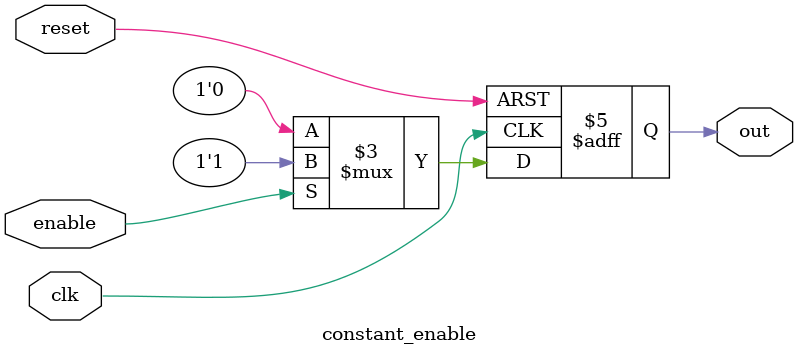
<source format=v>
module constant_enable (
  input clk,
  input reset,
  input enable,
  output reg out
);

  always @(posedge clk, posedge reset) begin
    if (reset) begin
      out <= 0;
    end else if (enable) begin
      out <= 1;
    end else begin
      out <= 0;
    end
  end
  
endmodule

</source>
